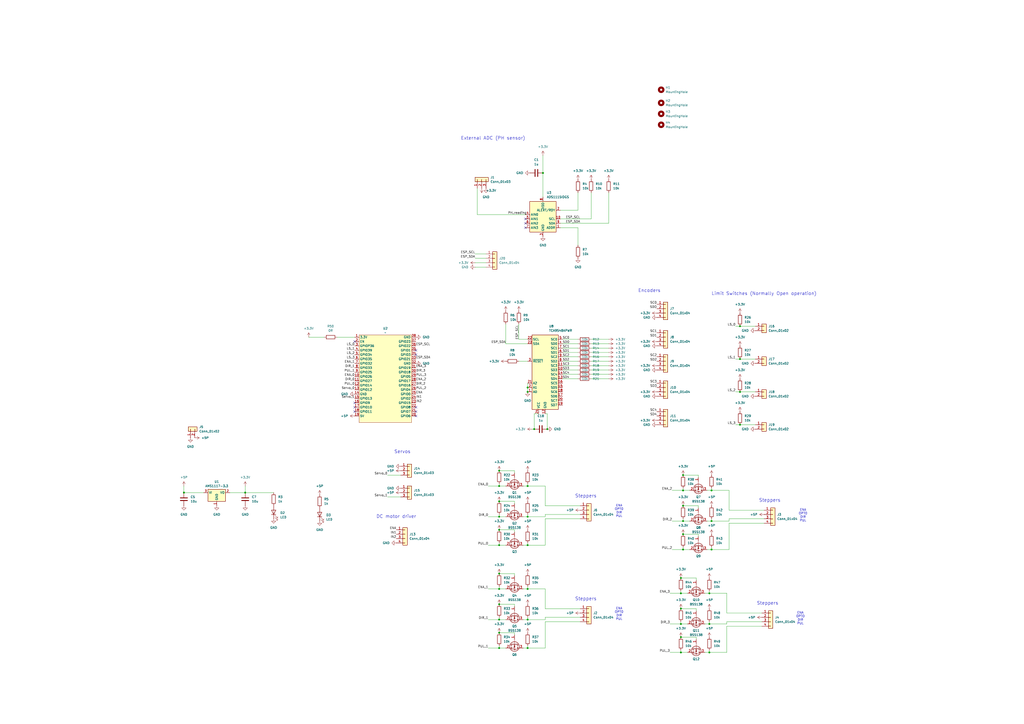
<source format=kicad_sch>
(kicad_sch (version 20250114) (generator "eeschema") (generator_version "9.0")
  (paper "A2")
  (text "Limit Switches (Normally Open operation)" (at 443.23 170.434 0) (effects (font (size 1.905 1.905))))
  (text "External ADC (PH sensor)" (at 286.004 80.264 0) (effects (font (size 1.905 1.905))))
  (text "Steppers\n" (at 339.852 287.782 0) (effects (font (size 1.905 1.905))))
  (text "ENA\nOPTO\nDIR\nPUL\n" (at 359.156 356.108 0) (effects (font (size 1.27 1.27))))
  (text "Steppers\n" (at 446.532 290.322 0) (effects (font (size 1.905 1.905))))
  (text "ENA\nOPTO\nDIR\nPUL\n" (at 465.836 298.958 0) (effects (font (size 1.27 1.27))))
  (text "Encoders" (at 376.682 168.656 0) (effects (font (size 1.905 1.905))))
  (text "Steppers\n" (at 445.262 350.012 0) (effects (font (size 1.905 1.905))))
  (text "Steppers\n" (at 339.852 347.472 0) (effects (font (size 1.905 1.905))))
  (text "ENA\nOPTO\nDIR\nPUL\n" (at 464.312 358.648 0) (effects (font (size 1.27 1.27))))
  (text "Servos" (at 233.426 262.128 0) (effects (font (size 1.905 1.905))))
  (text "DC motor driver" (at 229.87 299.72 0) (effects (font (size 1.905 1.905))))
  (text "ENA\nOPTO\nDIR\nPUL\n" (at 359.156 296.418 0) (effects (font (size 1.27 1.27))))
  (junction (at 289.56 350.52))
  (junction (at 306.07 359.41))
  (junction (at 289.56 332.74))
  (junction (at 289.56 367.03))
  (junction (at 314.96 100.33))
  (junction (at 429.26 208.28))
  (junction (at 411.48 344.17))
  (junction (at 306.07 281.94))
  (junction (at 429.26 246.38))
  (junction (at 306.07 316.23))
  (junction (at 289.56 307.34))
  (junction (at 306.07 299.72))
  (junction (at 396.24 318.77))
  (junction (at 412.75 302.26))
  (junction (at 309.88 248.92))
  (junction (at 396.24 293.37))
  (junction (at 106.68 285.75))
  (junction (at 394.97 369.57))
  (junction (at 306.07 375.92))
  (junction (at 289.56 299.72))
  (junction (at 411.48 361.95))
  (junction (at 289.56 359.41))
  (junction (at 429.26 227.33))
  (junction (at 394.97 378.46))
  (junction (at 429.26 189.23))
  (junction (at 394.97 361.95))
  (junction (at 289.56 341.63))
  (junction (at 289.56 375.92))
  (junction (at 396.24 302.26))
  (junction (at 289.56 281.94))
  (junction (at 394.97 344.17))
  (junction (at 317.5 248.92))
  (junction (at 289.56 316.23))
  (junction (at 306.07 227.33))
  (junction (at 394.97 353.06))
  (junction (at 396.24 284.48))
  (junction (at 289.56 290.83))
  (junction (at 411.48 378.46))
  (junction (at 142.24 285.75))
  (junction (at 396.24 309.88))
  (junction (at 412.75 318.77))
  (junction (at 396.24 275.59))
  (junction (at 289.56 273.05))
  (junction (at 306.07 224.79))
  (junction (at 412.75 284.48))
  (junction (at 306.07 341.63))
  (junction (at 394.97 335.28))
  (no_connect (at 205.74 236.22))
  (no_connect (at 241.3 238.76))
  (no_connect (at 241.3 203.2))
  (no_connect (at 241.3 236.22))
  (no_connect (at 241.3 205.74))
  (no_connect (at 205.74 238.76))
  (no_connect (at 241.3 241.3))
  (no_connect (at 304.8 127))
  (no_connect (at 304.8 132.08))
  (no_connect (at 205.74 198.12))
  (no_connect (at 304.8 129.54))
  (no_connect (at 205.74 233.68))
  (wire (pts (xy 303.53 299.72) (xy 306.07 299.72)))
  (wire (pts (xy 276.86 124.46) (xy 304.8 124.46)))
  (wire (pts (xy 283.21 359.41) (xy 289.56 359.41)))
  (wire (pts (xy 303.53 281.94) (xy 306.07 281.94)))
  (wire (pts (xy 289.56 341.63) (xy 293.37 341.63)))
  (wire (pts (xy 316.23 341.63) (xy 316.23 353.06)))
  (wire (pts (xy 306.07 281.94) (xy 306.07 280.67)))
  (wire (pts (xy 421.64 344.17) (xy 421.64 355.6)))
  (wire (pts (xy 342.9 199.39) (xy 353.06 199.39)))
  (wire (pts (xy 316.23 360.68) (xy 336.55 360.68)))
  (wire (pts (xy 306.07 359.41) (xy 316.23 359.41)))
  (wire (pts (xy 300.99 209.55) (xy 306.07 209.55)))
  (wire (pts (xy 224.79 275.59) (xy 232.41 275.59)))
  (wire (pts (xy 303.53 359.41) (xy 306.07 359.41)))
  (wire (pts (xy 303.53 375.92) (xy 306.07 375.92)))
  (wire (pts (xy 289.56 359.41) (xy 289.56 358.14)))
  (wire (pts (xy 388.62 361.95) (xy 394.97 361.95)))
  (wire (pts (xy 326.39 214.63) (xy 335.28 214.63)))
  (wire (pts (xy 429.26 227.33) (xy 438.15 227.33)))
  (wire (pts (xy 396.24 318.77) (xy 400.05 318.77)))
  (wire (pts (xy 411.48 361.95) (xy 411.48 360.68)))
  (wire (pts (xy 394.97 361.95) (xy 398.78 361.95)))
  (wire (pts (xy 195.58 195.58) (xy 205.74 195.58)))
  (wire (pts (xy 306.07 359.41) (xy 306.07 358.14)))
  (wire (pts (xy 289.56 316.23) (xy 293.37 316.23)))
  (wire (pts (xy 405.13 309.88) (xy 396.24 309.88)))
  (wire (pts (xy 405.13 275.59) (xy 396.24 275.59)))
  (wire (pts (xy 422.91 318.77) (xy 422.91 303.53)))
  (wire (pts (xy 403.86 370.84) (xy 403.86 369.57)))
  (wire (pts (xy 421.64 355.6) (xy 441.96 355.6)))
  (wire (pts (xy 298.45 273.05) (xy 289.56 273.05)))
  (wire (pts (xy 389.89 284.48) (xy 396.24 284.48)))
  (wire (pts (xy 326.39 219.71) (xy 335.28 219.71)))
  (wire (pts (xy 412.75 318.77) (xy 422.91 318.77)))
  (wire (pts (xy 298.45 367.03) (xy 289.56 367.03)))
  (wire (pts (xy 394.97 361.95) (xy 394.97 360.68)))
  (wire (pts (xy 411.48 378.46) (xy 411.48 377.19)))
  (wire (pts (xy 275.59 152.4) (xy 281.94 152.4)))
  (wire (pts (xy 325.12 127) (xy 342.9 127)))
  (wire (pts (xy 403.86 335.28) (xy 394.97 335.28)))
  (wire (pts (xy 303.53 316.23) (xy 306.07 316.23)))
  (wire (pts (xy 133.35 285.75) (xy 142.24 285.75)))
  (wire (pts (xy 316.23 293.37) (xy 336.55 293.37)))
  (wire (pts (xy 142.24 281.94) (xy 142.24 285.75)))
  (wire (pts (xy 326.39 201.93) (xy 335.28 201.93)))
  (wire (pts (xy 326.39 212.09) (xy 335.28 212.09)))
  (wire (pts (xy 298.45 334.01) (xy 298.45 332.74)))
  (wire (pts (xy 429.26 208.28) (xy 438.15 208.28)))
  (wire (pts (xy 342.9 204.47) (xy 353.06 204.47)))
  (wire (pts (xy 422.91 300.99) (xy 443.23 300.99)))
  (wire (pts (xy 389.89 302.26) (xy 396.24 302.26)))
  (wire (pts (xy 298.45 308.61) (xy 298.45 307.34)))
  (wire (pts (xy 316.23 281.94) (xy 316.23 293.37)))
  (wire (pts (xy 429.26 246.38) (xy 438.15 246.38)))
  (wire (pts (xy 396.24 284.48) (xy 396.24 283.21)))
  (wire (pts (xy 342.9 212.09) (xy 353.06 212.09)))
  (wire (pts (xy 298.45 332.74) (xy 289.56 332.74)))
  (wire (pts (xy 410.21 284.48) (xy 412.75 284.48)))
  (wire (pts (xy 316.23 375.92) (xy 316.23 360.68)))
  (wire (pts (xy 316.23 298.45) (xy 316.23 299.72)))
  (wire (pts (xy 306.07 341.63) (xy 316.23 341.63)))
  (wire (pts (xy 408.94 378.46) (xy 411.48 378.46)))
  (wire (pts (xy 298.45 351.79) (xy 298.45 350.52)))
  (wire (pts (xy 342.9 219.71) (xy 353.06 219.71)))
  (wire (pts (xy 306.07 299.72) (xy 306.07 298.45)))
  (wire (pts (xy 403.86 336.55) (xy 403.86 335.28)))
  (wire (pts (xy 283.21 341.63) (xy 289.56 341.63)))
  (wire (pts (xy 289.56 299.72) (xy 289.56 298.45)))
  (wire (pts (xy 326.39 217.17) (xy 335.28 217.17)))
  (wire (pts (xy 314.96 100.33) (xy 314.96 114.3)))
  (wire (pts (xy 412.75 284.48) (xy 422.91 284.48)))
  (wire (pts (xy 411.48 361.95) (xy 421.64 361.95)))
  (wire (pts (xy 314.96 90.17) (xy 314.96 100.33)))
  (wire (pts (xy 421.64 360.68) (xy 441.96 360.68)))
  (wire (pts (xy 118.11 285.75) (xy 106.68 285.75)))
  (wire (pts (xy 325.12 121.92) (xy 335.28 121.92)))
  (wire (pts (xy 309.88 248.92) (xy 309.88 240.03)))
  (wire (pts (xy 283.21 316.23) (xy 289.56 316.23)))
  (wire (pts (xy 412.75 302.26) (xy 422.91 302.26)))
  (wire (pts (xy 316.23 240.03) (xy 317.5 240.03)))
  (wire (pts (xy 396.24 302.26) (xy 396.24 300.99)))
  (wire (pts (xy 316.23 359.41) (xy 316.23 358.14)))
  (wire (pts (xy 403.86 369.57) (xy 394.97 369.57)))
  (wire (pts (xy 306.07 224.79) (xy 306.07 227.33)))
  (wire (pts (xy 289.56 375.92) (xy 293.37 375.92)))
  (wire (pts (xy 179.07 195.58) (xy 187.96 195.58)))
  (wire (pts (xy 422.91 302.26) (xy 422.91 300.99)))
  (wire (pts (xy 405.13 293.37) (xy 396.24 293.37)))
  (wire (pts (xy 342.9 196.85) (xy 353.06 196.85)))
  (wire (pts (xy 317.5 240.03) (xy 317.5 248.92)))
  (wire (pts (xy 306.07 281.94) (xy 316.23 281.94)))
  (wire (pts (xy 422.91 303.53) (xy 443.23 303.53)))
  (wire (pts (xy 298.45 290.83) (xy 289.56 290.83)))
  (wire (pts (xy 388.62 378.46) (xy 394.97 378.46)))
  (wire (pts (xy 326.39 199.39) (xy 335.28 199.39)))
  (wire (pts (xy 326.39 209.55) (xy 335.28 209.55)))
  (wire (pts (xy 405.13 311.15) (xy 405.13 309.88)))
  (wire (pts (xy 411.48 344.17) (xy 421.64 344.17)))
  (wire (pts (xy 410.21 302.26) (xy 412.75 302.26)))
  (wire (pts (xy 326.39 204.47) (xy 335.28 204.47)))
  (wire (pts (xy 342.9 217.17) (xy 353.06 217.17)))
  (wire (pts (xy 412.75 302.26) (xy 412.75 300.99)))
  (wire (pts (xy 325.12 129.54) (xy 353.06 129.54)))
  (wire (pts (xy 306.07 375.92) (xy 316.23 375.92)))
  (wire (pts (xy 326.39 196.85) (xy 335.28 196.85)))
  (wire (pts (xy 396.24 302.26) (xy 400.05 302.26)))
  (wire (pts (xy 106.68 281.94) (xy 106.68 285.75)))
  (wire (pts (xy 142.24 285.75) (xy 158.75 285.75)))
  (wire (pts (xy 412.75 284.48) (xy 412.75 283.21)))
  (wire (pts (xy 325.12 132.08) (xy 335.28 132.08)))
  (wire (pts (xy 303.53 341.63) (xy 306.07 341.63)))
  (wire (pts (xy 342.9 214.63) (xy 353.06 214.63)))
  (wire (pts (xy 276.86 124.46) (xy 276.86 109.22)))
  (wire (pts (xy 309.88 240.03) (xy 312.42 240.03)))
  (wire (pts (xy 289.56 341.63) (xy 289.56 340.36)))
  (wire (pts (xy 426.72 208.28) (xy 429.26 208.28)))
  (wire (pts (xy 298.45 292.1) (xy 298.45 290.83)))
  (wire (pts (xy 388.62 344.17) (xy 394.97 344.17)))
  (wire (pts (xy 412.75 318.77) (xy 412.75 317.5)))
  (wire (pts (xy 408.94 361.95) (xy 411.48 361.95)))
  (wire (pts (xy 316.23 353.06) (xy 336.55 353.06)))
  (wire (pts (xy 316.23 316.23) (xy 316.23 300.99)))
  (wire (pts (xy 422.91 295.91) (xy 443.23 295.91)))
  (wire (pts (xy 298.45 368.3) (xy 298.45 367.03)))
  (wire (pts (xy 289.56 316.23) (xy 289.56 314.96)))
  (wire (pts (xy 306.07 199.39) (xy 293.37 199.39)))
  (wire (pts (xy 353.06 111.76) (xy 353.06 129.54)))
  (wire (pts (xy 275.59 147.32) (xy 281.94 147.32)))
  (wire (pts (xy 289.56 281.94) (xy 293.37 281.94)))
  (wire (pts (xy 298.45 350.52) (xy 289.56 350.52)))
  (wire (pts (xy 421.64 378.46) (xy 421.64 363.22)))
  (wire (pts (xy 275.59 154.94) (xy 281.94 154.94)))
  (wire (pts (xy 411.48 378.46) (xy 421.64 378.46)))
  (wire (pts (xy 335.28 132.08) (xy 335.28 142.24)))
  (wire (pts (xy 408.94 344.17) (xy 411.48 344.17)))
  (wire (pts (xy 335.28 111.76) (xy 335.28 121.92)))
  (wire (pts (xy 342.9 201.93) (xy 353.06 201.93)))
  (wire (pts (xy 316.23 300.99) (xy 336.55 300.99)))
  (wire (pts (xy 426.72 189.23) (xy 429.26 189.23)))
  (wire (pts (xy 306.07 375.92) (xy 306.07 374.65)))
  (wire (pts (xy 403.86 353.06) (xy 394.97 353.06)))
  (wire (pts (xy 306.07 341.63) (xy 306.07 340.36)))
  (wire (pts (xy 342.9 207.01) (xy 353.06 207.01)))
  (wire (pts (xy 289.56 281.94) (xy 289.56 280.67)))
  (wire (pts (xy 316.23 358.14) (xy 336.55 358.14)))
  (wire (pts (xy 275.59 149.86) (xy 281.94 149.86)))
  (wire (pts (xy 394.97 344.17) (xy 394.97 342.9)))
  (wire (pts (xy 429.26 189.23) (xy 438.15 189.23)))
  (wire (pts (xy 224.79 288.29) (xy 232.41 288.29)))
  (wire (pts (xy 283.21 299.72) (xy 289.56 299.72)))
  (wire (pts (xy 421.64 361.95) (xy 421.64 360.68)))
  (wire (pts (xy 394.97 344.17) (xy 398.78 344.17)))
  (wire (pts (xy 405.13 276.86) (xy 405.13 275.59)))
  (wire (pts (xy 394.97 378.46) (xy 398.78 378.46)))
  (wire (pts (xy 426.72 246.38) (xy 429.26 246.38)))
  (wire (pts (xy 403.86 354.33) (xy 403.86 353.06)))
  (wire (pts (xy 342.9 209.55) (xy 353.06 209.55)))
  (wire (pts (xy 298.45 307.34) (xy 289.56 307.34)))
  (wire (pts (xy 308.61 248.92) (xy 309.88 248.92)))
  (wire (pts (xy 289.56 299.72) (xy 293.37 299.72)))
  (wire (pts (xy 396.24 284.48) (xy 400.05 284.48)))
  (wire (pts (xy 422.91 284.48) (xy 422.91 295.91)))
  (wire (pts (xy 306.07 316.23) (xy 316.23 316.23)))
  (wire (pts (xy 293.37 187.96) (xy 293.37 199.39)))
  (wire (pts (xy 326.39 207.01) (xy 335.28 207.01)))
  (wire (pts (xy 283.21 375.92) (xy 289.56 375.92)))
  (wire (pts (xy 396.24 318.77) (xy 396.24 317.5)))
  (wire (pts (xy 289.56 359.41) (xy 293.37 359.41)))
  (wire (pts (xy 342.9 111.76) (xy 342.9 127)))
  (wire (pts (xy 306.07 196.85) (xy 300.99 196.85)))
  (wire (pts (xy 389.89 318.77) (xy 396.24 318.77)))
  (wire (pts (xy 283.21 281.94) (xy 289.56 281.94)))
  (wire (pts (xy 421.64 363.22) (xy 441.96 363.22)))
  (wire (pts (xy 298.45 274.32) (xy 298.45 273.05)))
  (wire (pts (xy 394.97 378.46) (xy 394.97 377.19)))
  (wire (pts (xy 410.21 318.77) (xy 412.75 318.77)))
  (wire (pts (xy 411.48 344.17) (xy 411.48 342.9)))
  (wire (pts (xy 426.72 227.33) (xy 429.26 227.33)))
  (wire (pts (xy 316.23 298.45) (xy 336.55 298.45)))
  (wire (pts (xy 306.07 222.25) (xy 306.07 224.79)))
  (wire (pts (xy 306.07 316.23) (xy 306.07 314.96)))
  (wire (pts (xy 289.56 375.92) (xy 289.56 374.65)))
  (wire (pts (xy 405.13 294.64) (xy 405.13 293.37)))
  (wire (pts (xy 300.99 187.96) (xy 300.99 196.85)))
  (wire (pts (xy 306.07 299.72) (xy 316.23 299.72)))
  (label "DIR_2" (at 389.89 302.26 180))
  (label "ENA_2" (at 389.89 284.48 180))
  (label "ESP_SDA" (at 293.37 199.39 180))
  (label "SDO" (at 326.39 199.39 0))
  (label "SDO" (at 381 179.07 180))
  (label "IN1" (at 241.3 231.14 0))
  (label "DIR_2" (at 241.3 223.52 0))
  (label "ENA_1" (at 283.21 341.63 180))
  (label "LS_0" (at 426.72 189.23 180))
  (label "DIR_1" (at 283.21 359.41 180))
  (label "SC4" (at 326.39 217.17 0))
  (label "DIR_3" (at 388.62 361.95 180))
  (label "SC0" (at 381 176.53 180))
  (label "PUL_0" (at 283.21 316.23 180))
  (label "SC3" (at 326.39 212.09 0))
  (label "SC1" (at 381 193.04 180))
  (label "SD4" (at 326.39 219.71 0))
  (label "SD4" (at 381 241.3 180))
  (label "DIR_3" (at 241.3 215.9 0))
  (label "DIR_0" (at 283.21 299.72 180))
  (label "Servo_0" (at 205.74 226.06 180))
  (label "PUL_3" (at 388.62 378.46 180))
  (label "DIR_0" (at 205.74 220.98 180))
  (label "PUL_1" (at 205.74 215.9 180))
  (label "LS_0" (at 205.74 200.66 180))
  (label "SC0" (at 326.39 196.85 0))
  (label "DIR_1" (at 205.74 213.36 180))
  (label "SD1" (at 326.39 204.47 0))
  (label "ENA_0" (at 283.21 281.94 180))
  (label "SD2" (at 326.39 209.55 0))
  (label "ESP_SDA" (at 275.59 149.86 180))
  (label "PUL_0" (at 205.74 223.52 180))
  (label "ENA_2" (at 241.3 220.98 0))
  (label "SD3" (at 326.39 214.63 0))
  (label "LS_3" (at 426.72 246.38 180))
  (label "ENA_3" (at 241.3 213.36 0))
  (label "ENA_0" (at 205.74 218.44 180))
  (label "ESP_SDA" (at 336.55 129.54 180))
  (label "LS_1" (at 426.72 208.28 180))
  (label "SC3" (at 381 222.25 180))
  (label "LS_1" (at 205.74 203.2 180))
  (label "ENA_3" (at 388.62 344.17 180))
  (label "LS_3" (at 205.74 208.28 180))
  (label "SC1" (at 326.39 201.93 0))
  (label "Servo_1" (at 205.74 231.14 180))
  (label "SD3" (at 381 224.79 180))
  (label "LS_2" (at 205.74 205.74 180))
  (label "SD1" (at 381 195.58 180))
  (label "ESP_SCL" (at 241.3 200.66 0))
  (label "Servo_0" (at 224.79 275.59 180))
  (label "PUL_2" (at 241.3 226.06 0))
  (label "PH_reading" (at 294.64 124.46 0))
  (label "LS_2" (at 426.72 227.33 180))
  (label "ESP_SDA" (at 241.3 208.28 0))
  (label "ESP_SCL" (at 275.59 147.32 180))
  (label "ENA" (at 241.3 228.6 0))
  (label "PUL_1" (at 283.21 375.92 180))
  (label "SD2" (at 381 209.55 180))
  (label "Servo_1" (at 224.79 288.29 180))
  (label "IN1" (at 229.87 309.88 180))
  (label "IN2" (at 241.3 233.68 0))
  (label "ESP_SCL" (at 300.99 196.85 90))
  (label "PUL_2" (at 389.89 318.77 180))
  (label "SC2" (at 381 207.01 180))
  (label "IN2" (at 229.87 312.42 180))
  (label "SC2" (at 326.39 207.01 0))
  (label "ESP_SCL" (at 336.55 127 180))
  (label "SC4" (at 381 238.76 180))
  (label "ENA_1" (at 205.74 210.82 180))
  (label "PUL_3" (at 241.3 218.44 0))
  (label "ENA" (at 229.87 307.34 180))
  (symbol (lib_id "power:GND") (at 317.5 248.92 90) (unit 1)
    (property "Reference" "#PWR053" (effects (hide yes)))
    (property "Value" "GND" (at 321.31 248.9199 90) (effects (justify right)))
    (property "Description" "Power symbol creates a global label with name \"GND\" , ground" (effects (hide yes)))
  )
  (symbol (lib_id "Device:R") (at 339.09 196.85 90) (unit 1)
    (property "Reference" "R12" (at 345.694 196.85 90))
    (property "Value" "10k" (at 339.344 196.85 90))
    (property "Footprint" "Resistor_SMD:R_0805_2012Metric" (effects (hide yes)))
    (property "Description" "Resistor" (effects (hide yes)))
  )
  (symbol (lib_id "Device:R") (at 289.56 294.64 0) (unit 1)
    (property "Reference" "R24" (at 292.1 293.3699 0) (effects (justify left)))
    (property "Value" "10k" (at 292.1 295.9099 0) (effects (justify left)))
    (property "Footprint" "Resistor_SMD:R_0805_2012Metric" (effects (hide yes)))
    (property "Description" "Resistor" (effects (hide yes)))
  )
  (symbol (lib_id "power:GND") (at 307.34 100.33 270) (unit 1)
    (property "Reference" "#PWR03" (effects (hide yes)))
    (property "Value" "GND" (at 303.53 100.3299 90) (effects (justify right)))
    (property "Description" "Power symbol creates a global label with name \"GND\" , ground" (effects (hide yes)))
  )
  (symbol (lib_id "power:+3.3V") (at 293.37 209.55 90) (unit 1)
    (property "Reference" "#PWR037" (effects (hide yes)))
    (property "Value" "+3.3V" (at 289.56 209.5499 90) (effects (justify left)))
    (property "Description" "Power symbol creates a global label with name \"+3.3V\"" (effects (hide yes)))
  )
  (symbol (lib_id "power:+3.3V") (at 289.56 332.74 0) (unit 1)
    (property "Reference" "#PWR021" (effects (hide yes)))
    (property "Value" "+3.3V" (at 289.56 327.66 0))
    (property "Description" "Power symbol creates a global label with name \"+3.3V\"" (effects (hide yes)))
  )
  (symbol (lib_id "power:GND") (at 205.74 228.6 270) (unit 1)
    (property "Reference" "#PWR057" (effects (hide yes)))
    (property "Value" "GND" (at 201.93 228.5999 90) (effects (justify right)))
    (property "Description" "Power symbol creates a global label with name \"GND\" , ground" (effects (hide yes)))
  )
  (symbol (lib_id "power:+3.3V") (at 293.37 180.34 0) (unit 1)
    (property "Reference" "#PWR036" (effects (hide yes)))
    (property "Value" "+3.3V" (at 293.37 175.26 0))
    (property "Description" "Power symbol creates a global label with name \"+3.3V\"" (effects (hide yes)))
  )
  (symbol (lib_id "power:+3.3V") (at 353.06 209.55 270) (unit 1)
    (property "Reference" "#PWR068" (effects (hide yes)))
    (property "Value" "+3.3V" (at 356.87 209.5499 90) (effects (justify left)))
    (property "Description" "Power symbol creates a global label with name \"+3.3V\"" (effects (hide yes)))
  )
  (symbol (lib_id "Connector_Generic:Conn_01x04") (at 234.95 309.88 0) (unit 1)
    (property "Reference" "J13" (at 237.49 309.8799 0) (effects (justify left)))
    (property "Value" "Conn_01x04" (at 237.49 312.4199 0) (effects (justify left)))
    (property "Footprint" "Connector_JST:JST_GH_BM04B-GHS-TBT_1x04-1MP_P1.25mm_Vertical" (effects (hide yes)))
    (property "Description" "Generic connector, single row, 01x04, script generated (kicad-library-utils/schlib/autogen/connector/)" (effects (hide yes)))
  )
  (symbol (lib_id "power:+5P") (at 106.68 281.94 0) (unit 1)
    (property "Reference" "#PWR09" (effects (hide yes)))
    (property "Value" "+5P" (at 106.68 276.86 0))
    (property "Description" "Power symbol creates a global label with name \"+5P\"" (effects (hide yes)))
  )
  (symbol (lib_id "power:+5P") (at 411.48 335.28 0) (unit 1)
    (property "Reference" "#PWR047" (effects (hide yes)))
    (property "Value" "+5P" (at 411.48 330.2 0))
    (property "Description" "Power symbol creates a global label with name \"+5P\"" (effects (hide yes)))
  )
  (symbol (lib_id "Transistor_FET:BSS138") (at 298.45 356.87 270) (unit 1)
    (property "Reference" "Q5" (at 298.45 363.22 90))
    (property "Value" "BSS138" (at 298.45 365.76 90))
    (property "Footprint" "Package_TO_SOT_SMD:SOT-23" (effects (hide yes)))
    (property "Datasheet" "https://www.onsemi.com/pub/Collateral/BSS138-D.PDF" (effects (hide yes)))
    (property "Description" "50V Vds, 0.22A Id, N-Channel MOSFET, SOT-23" (effects (hide yes)))
  )
  (symbol (lib_id "power:GND") (at 381 246.38 270) (unit 1)
    (property "Reference" "#PWR090" (effects (hide yes)))
    (property "Value" "GND" (at 377.19 246.3799 90) (effects (justify right)))
    (property "Description" "Power symbol creates a global label with name \"GND\" , ground" (effects (hide yes)))
  )
  (symbol (lib_id "Transistor_FET:BSS138") (at 298.45 339.09 270) (unit 1)
    (property "Reference" "Q4" (at 298.45 345.44 90))
    (property "Value" "BSS138" (at 298.45 347.98 90))
    (property "Footprint" "Package_TO_SOT_SMD:SOT-23" (effects (hide yes)))
    (property "Datasheet" "https://www.onsemi.com/pub/Collateral/BSS138-D.PDF" (effects (hide yes)))
    (property "Description" "50V Vds, 0.22A Id, N-Channel MOSFET, SOT-23" (effects (hide yes)))
  )
  (symbol (lib_id "Device:R") (at 335.28 107.95 0) (unit 1)
    (property "Reference" "R4" (at 337.82 106.6799 0) (effects (justify left)))
    (property "Value" "10k" (at 337.82 109.2199 0) (effects (justify left)))
    (property "Footprint" "Resistor_SMD:R_0805_2012Metric" (effects (hide yes)))
    (property "Description" "Resistor" (effects (hide yes)))
  )
  (symbol (lib_id "power:+5P") (at 412.75 309.88 0) (unit 1)
    (property "Reference" "#PWR039" (effects (hide yes)))
    (property "Value" "+5P" (at 412.75 304.8 0))
    (property "Description" "Power symbol creates a global label with name \"+5P\"" (effects (hide yes)))
  )
  (symbol (lib_id "power:+5P") (at 412.75 275.59 0) (unit 1)
    (property "Reference" "#PWR035" (effects (hide yes)))
    (property "Value" "+5P" (at 412.75 270.51 0))
    (property "Description" "Power symbol creates a global label with name \"+5P\"" (effects (hide yes)))
  )
  (symbol (lib_id "Device:R") (at 306.07 294.64 0) (unit 1)
    (property "Reference" "R25" (at 308.61 293.3699 0) (effects (justify left)))
    (property "Value" "10k" (at 308.61 295.9099 0) (effects (justify left)))
    (property "Footprint" "Resistor_SMD:R_0805_2012Metric" (effects (hide yes)))
    (property "Description" "Resistor" (effects (hide yes)))
  )
  (symbol (lib_id "power:+3.3V") (at 394.97 369.57 0) (unit 1)
    (property "Reference" "#PWR044" (effects (hide yes)))
    (property "Value" "+3.3V" (at 394.97 364.49 0))
    (property "Description" "Power symbol creates a global label with name \"+3.3V\"" (effects (hide yes)))
  )
  (symbol (lib_id "Connector_Generic:Conn_01x02") (at 443.23 227.33 0) (unit 1)
    (property "Reference" "J18" (at 445.77 227.3299 0) (effects (justify left)))
    (property "Value" "Conn_01x02" (at 445.77 229.8699 0) (effects (justify left)))
    (property "Footprint" "Connector_JST:JST_GH_BM02B-GHS-TBT_1x02-1MP_P1.25mm_Vertical" (effects (hide yes)))
    (property "Description" "Generic connector, single row, 01x02, script generated (kicad-library-utils/schlib/autogen/connector/)" (effects (hide yes)))
  )
  (symbol (lib_id "power:+3.3V") (at 289.56 290.83 0) (unit 1)
    (property "Reference" "#PWR017" (effects (hide yes)))
    (property "Value" "+3.3V" (at 289.56 285.75 0))
    (property "Description" "Power symbol creates a global label with name \"+3.3V\"" (effects (hide yes)))
  )
  (symbol (lib_id "Device:R") (at 411.48 373.38 0) (unit 1)
    (property "Reference" "R49" (at 414.02 372.1099 0) (effects (justify left)))
    (property "Value" "10k" (at 414.02 374.6499 0) (effects (justify left)))
    (property "Footprint" "Resistor_SMD:R_0805_2012Metric" (effects (hide yes)))
    (property "Description" "Resistor" (effects (hide yes)))
  )
  (symbol (lib_id "Device:R") (at 394.97 339.09 0) (unit 1)
    (property "Reference" "R44" (at 397.51 337.8199 0) (effects (justify left)))
    (property "Value" "10k" (at 397.51 340.3599 0) (effects (justify left)))
    (property "Footprint" "Resistor_SMD:R_0805_2012Metric" (effects (hide yes)))
    (property "Description" "Resistor" (effects (hide yes)))
  )
  (symbol (lib_id "power:GND") (at 438.15 210.82 270) (unit 1)
    (property "Reference" "#PWR0104" (effects (hide yes)))
    (property "Value" "GND" (at 434.34 210.8199 90) (effects (justify right)))
    (property "Description" "Power symbol creates a global label with name \"GND\" , ground" (effects (hide yes)))
  )
  (symbol (lib_id "Interface_Expansion:TCA9548APWR") (at 316.23 214.63 0) (unit 1)
    (property "Reference" "U8" (at 318.4241 189.23 0) (effects (justify left)))
    (property "Value" "TCA9548APWR" (at 318.4241 191.77 0) (effects (justify left)))
    (property "Footprint" "Package_SO:TSSOP-24_4.4x7.8mm_P0.65mm" (effects (hide yes)))
    (property "Datasheet" "http://www.ti.com/lit/ds/symlink/tca9548a.pdf" (effects (hide yes)))
    (property "Description" "Low voltage 8-channel I2C switch with reset, TSSOP-24" (effects (hide yes)))
  )
  (symbol (lib_id "Transistor_FET:BSS138") (at 298.45 279.4 270) (unit 1)
    (property "Reference" "Q1" (at 298.45 285.75 90))
    (property "Value" "BSS138" (at 298.45 288.29 90))
    (property "Footprint" "Package_TO_SOT_SMD:SOT-23" (effects (hide yes)))
    (property "Datasheet" "https://www.onsemi.com/pub/Collateral/BSS138-D.PDF" (effects (hide yes)))
    (property "Description" "50V Vds, 0.22A Id, N-Channel MOSFET, SOT-23" (effects (hide yes)))
  )
  (symbol (lib_id "Transistor_FET:BSS138") (at 403.86 359.41 270) (unit 1)
    (property "Reference" "Q11" (at 403.86 365.76 90))
    (property "Value" "BSS138" (at 403.86 368.3 90))
    (property "Footprint" "Package_TO_SOT_SMD:SOT-23" (effects (hide yes)))
    (property "Datasheet" "https://www.onsemi.com/pub/Collateral/BSS138-D.PDF" (effects (hide yes)))
    (property "Description" "50V Vds, 0.22A Id, N-Channel MOSFET, SOT-23" (effects (hide yes)))
  )
  (symbol (lib_id "Device:R") (at 339.09 204.47 90) (unit 1)
    (property "Reference" "R15" (at 345.694 204.47 90))
    (property "Value" "10k" (at 339.344 204.47 90))
    (property "Footprint" "Resistor_SMD:R_0805_2012Metric" (effects (hide yes)))
    (property "Description" "Resistor" (effects (hide yes)))
  )
  (symbol (lib_id "power:+3.3V") (at 289.56 350.52 0) (unit 1)
    (property "Reference" "#PWR022" (effects (hide yes)))
    (property "Value" "+3.3V" (at 289.56 345.44 0))
    (property "Description" "Power symbol creates a global label with name \"+3.3V\"" (effects (hide yes)))
  )
  (symbol (lib_id "power:+3.3V") (at 381 212.09 90) (unit 1)
    (property "Reference" "#PWR083" (effects (hide yes)))
    (property "Value" "+3.3V" (at 377.19 212.0899 90) (effects (justify left)))
    (property "Description" "Power symbol creates a global label with name \"+3.3V\"" (effects (hide yes)))
  )
  (symbol (lib_id "power:+5P") (at 306.07 350.52 0) (unit 1)
    (property "Reference" "#PWR028" (effects (hide yes)))
    (property "Value" "+5P" (at 306.07 345.44 0))
    (property "Description" "Power symbol creates a global label with name \"+5P\"" (effects (hide yes)))
  )
  (symbol (lib_id "Device:R") (at 339.09 217.17 90) (unit 1)
    (property "Reference" "R20" (at 345.694 217.17 90))
    (property "Value" "10k" (at 339.344 217.17 90))
    (property "Footprint" "Resistor_SMD:R_0805_2012Metric" (effects (hide yes)))
    (property "Description" "Resistor" (effects (hide yes)))
  )
  (symbol (lib_id "Connector_Generic:Conn_01x04") (at 386.08 195.58 0) (unit 1)
    (property "Reference" "J8" (at 388.62 195.5799 0) (effects (justify left)))
    (property "Value" "Conn_01x04" (at 388.62 198.1199 0) (effects (justify left)))
    (property "Footprint" "Connector_JST:JST_GH_BM04B-GHS-TBT_1x04-1MP_P1.25mm_Vertical" (effects (hide yes)))
    (property "Description" "Generic connector, single row, 01x04, script generated (kicad-library-utils/schlib/autogen/connector/)" (effects (hide yes)))
  )
  (symbol (lib_id "Transistor_FET:BSS138") (at 405.13 316.23 270) (unit 1)
    (property "Reference" "Q9" (at 405.13 322.58 90))
    (property "Value" "BSS138" (effects (hide yes)))
    (property "Footprint" "Package_TO_SOT_SMD:SOT-23" (effects (hide yes)))
    (property "Datasheet" "https://www.onsemi.com/pub/Collateral/BSS138-D.PDF" (effects (hide yes)))
    (property "Description" "50V Vds, 0.22A Id, N-Channel MOSFET, SOT-23" (effects (hide yes)))
  )
  (symbol (lib_id "power:+3.3V") (at 353.06 212.09 270) (unit 1)
    (property "Reference" "#PWR069" (effects (hide yes)))
    (property "Value" "+3.3V" (at 356.87 212.0899 90) (effects (justify left)))
    (property "Description" "Power symbol creates a global label with name \"+3.3V\"" (effects (hide yes)))
  )
  (symbol (lib_id "Connector_Generic:Conn_01x03") (at 279.4 104.14 90) (unit 1)
    (property "Reference" "J1" (at 284.48 102.8699 90) (effects (justify right)))
    (property "Value" "Conn_01x03" (at 284.48 105.4099 90) (effects (justify right)))
    (property "Footprint" "Connector_JST:JST_GH_BM03B-GHS-TBT_1x03-1MP_P1.25mm_Vertical" (effects (hide yes)))
    (property "Description" "Generic connector, single row, 01x03, script generated (kicad-library-utils/schlib/autogen/connector/)" (effects (hide yes)))
  )
  (symbol (lib_id "Device:C") (at 142.24 289.56 0) (unit 1)
    (property "Reference" "C7" (at 146.05 288.2899 0) (effects (justify left)))
    (property "Value" "10u" (at 146.05 290.8299 0) (effects (justify left)))
    (property "Footprint" "Capacitor_SMD:C_0805_2012Metric" (effects (hide yes)))
    (property "Description" "Unpolarized capacitor" (effects (hide yes)))
  )
  (symbol (lib_id "power:GND") (at 438.15 248.92 270) (unit 1)
    (property "Reference" "#PWR0106" (effects (hide yes)))
    (property "Value" "GND" (at 434.34 248.9199 90) (effects (justify right)))
    (property "Description" "Power symbol creates a global label with name \"GND\" , ground" (effects (hide yes)))
  )
  (symbol (lib_id "Device:R") (at 339.09 207.01 90) (unit 1)
    (property "Reference" "R16" (at 345.694 207.01 90))
    (property "Value" "10k" (at 339.344 207.01 90))
    (property "Footprint" "Resistor_SMD:R_0805_2012Metric" (effects (hide yes)))
    (property "Description" "Resistor" (effects (hide yes)))
  )
  (symbol (lib_id "power:+3.3V") (at 394.97 335.28 0) (unit 1)
    (property "Reference" "#PWR041" (effects (hide yes)))
    (property "Value" "+3.3V" (at 394.97 330.2 0))
    (property "Description" "Power symbol creates a global label with name \"+3.3V\"" (effects (hide yes)))
  )
  (symbol (lib_id "power:GND") (at 241.3 210.82 90) (unit 1)
    (property "Reference" "#PWR056" (effects (hide yes)))
    (property "Value" "GND" (at 245.11 210.8199 90) (effects (justify right)))
    (property "Description" "Power symbol creates a global label with name \"GND\" , ground" (effects (hide yes)))
  )
  (symbol (lib_id "power:+3.3V") (at 179.07 195.58 0) (unit 1)
    (property "Reference" "#PWR058" (effects (hide yes)))
    (property "Value" "+3.3V" (at 179.07 190.5 0))
    (property "Description" "Power symbol creates a global label with name \"+3.3V\"" (effects (hide yes)))
  )
  (symbol (lib_id "Device:R") (at 412.75 313.69 0) (unit 1)
    (property "Reference" "R43" (at 415.29 312.4199 0) (effects (justify left)))
    (property "Value" "10k" (at 415.29 314.9599 0) (effects (justify left)))
    (property "Footprint" "Resistor_SMD:R_0805_2012Metric" (effects (hide yes)))
    (property "Description" "Resistor" (effects (hide yes)))
  )
  (symbol (lib_id "Device:R") (at 339.09 214.63 90) (unit 1)
    (property "Reference" "R19" (at 345.694 214.63 90))
    (property "Value" "10k" (at 339.344 214.63 90))
    (property "Footprint" "Resistor_SMD:R_0805_2012Metric" (effects (hide yes)))
    (property "Description" "Resistor" (effects (hide yes)))
  )
  (symbol (lib_id "power:+5P") (at 205.74 241.3 90) (unit 1)
    (property "Reference" "#PWR054" (effects (hide yes)))
    (property "Value" "+5P" (at 201.93 241.2999 90) (effects (justify left)))
    (property "Description" "Power symbol creates a global label with name \"+5P\"" (effects (hide yes)))
  )
  (symbol (lib_id "Device:LED") (at 158.75 297.18 90) (unit 1)
    (property "Reference" "D2" (at 162.56 297.4974 90) (effects (justify right)))
    (property "Value" "LED" (at 162.56 300.0374 90) (effects (justify right)))
    (property "Footprint" "LED_SMD:LED_0805_2012Metric" (effects (hide yes)))
    (property "Description" "Light emitting diode" (effects (hide yes)))
  )
  (symbol (lib_id "Device:R") (at 289.56 370.84 0) (unit 1)
    (property "Reference" "R34" (at 292.1 369.5699 0) (effects (justify left)))
    (property "Value" "10k" (at 292.1 372.1099 0) (effects (justify left)))
    (property "Footprint" "Resistor_SMD:R_0805_2012Metric" (effects (hide yes)))
    (property "Description" "Resistor" (effects (hide yes)))
  )
  (symbol (lib_id "power:GND") (at 281.94 109.22 0) (unit 1)
    (property "Reference" "#PWR01" (effects (hide yes)))
    (property "Value" "GND" (at 281.94 114.3 0))
    (property "Description" "Power symbol creates a global label with name \"GND\" , ground" (effects (hide yes)))
  )
  (symbol (lib_id "Mechanical:MountingHole") (at 383.54 66.04 0) (unit 1) (exclude_from_sim yes) (in_bom no)
    (property "Reference" "H3" (at 386.08 64.7699 0) (effects (justify left)))
    (property "Value" "MountingHole" (at 386.08 67.3099 0) (effects (justify left)))
    (property "Footprint" "MountingHole:MountingHole_3.2mm_M3_Pad_TopBottom" (effects (hide yes)))
    (property "Description" "Mounting Hole without connection" (effects (hide yes)))
  )
  (symbol (lib_id "Device:R") (at 191.77 195.58 90) (unit 1)
    (property "Reference" "R50" (at 191.77 189.23 90))
    (property "Value" "0R" (at 191.77 191.77 90))
    (property "Footprint" "Resistor_SMD:R_0805_2012Metric" (effects (hide yes)))
    (property "Description" "Resistor" (effects (hide yes)))
  )
  (symbol (lib_id "Connector_Generic:Conn_01x04") (at 287.02 149.86 0) (unit 1)
    (property "Reference" "J20" (at 289.56 149.8599 0) (effects (justify left)))
    (property "Value" "Conn_01x04" (at 289.56 152.3999 0) (effects (justify left)))
    (property "Footprint" "Connector_JST:JST_GH_BM04B-GHS-TBT_1x04-1MP_P1.25mm_Vertical" (effects (hide yes)))
    (property "Description" "Generic connector, single row, 01x04, script generated (kicad-library-utils/schlib/autogen/connector/)" (effects (hide yes)))
  )
  (symbol (lib_id "Connector_Generic:Conn_01x04") (at 386.08 241.3 0) (unit 1)
    (property "Reference" "J11" (at 388.62 241.2999 0) (effects (justify left)))
    (property "Value" "Conn_01x04" (at 388.62 243.8399 0) (effects (justify left)))
    (property "Footprint" "Connector_JST:JST_GH_BM04B-GHS-TBT_1x04-1MP_P1.25mm_Vertical" (effects (hide yes)))
    (property "Description" "Generic connector, single row, 01x04, script generated (kicad-library-utils/schlib/autogen/connector/)" (effects (hide yes)))
  )
  (symbol (lib_id "power:+3.3V") (at 353.06 214.63 270) (unit 1)
    (property "Reference" "#PWR070" (effects (hide yes)))
    (property "Value" "+3.3V" (at 356.87 214.6299 90) (effects (justify left)))
    (property "Description" "Power symbol creates a global label with name \"+3.3V\"" (effects (hide yes)))
  )
  (symbol (lib_id "power:+3.3V") (at 394.97 353.06 0) (unit 1)
    (property "Reference" "#PWR043" (effects (hide yes)))
    (property "Value" "+3.3V" (at 394.97 347.98 0))
    (property "Description" "Power symbol creates a global label with name \"+3.3V\"" (effects (hide yes)))
  )
  (symbol (lib_id "Mechanical:MountingHole") (at 383.54 59.69 0) (unit 1) (exclude_from_sim yes) (in_bom no)
    (property "Reference" "H2" (at 386.08 58.4199 0) (effects (justify left)))
    (property "Value" "MountingHole" (at 386.08 60.9599 0) (effects (justify left)))
    (property "Footprint" "MountingHole:MountingHole_3.2mm_M3_Pad_TopBottom" (effects (hide yes)))
    (property "Description" "Mounting Hole without connection" (effects (hide yes)))
  )
  (symbol (lib_id "power:GND") (at 438.15 229.87 270) (unit 1)
    (property "Reference" "#PWR0105" (effects (hide yes)))
    (property "Value" "GND" (at 434.34 229.8699 90) (effects (justify right)))
    (property "Description" "Power symbol creates a global label with name \"GND\" , ground" (effects (hide yes)))
  )
  (symbol (lib_id "power:+3.3V") (at 308.61 248.92 90) (unit 1)
    (property "Reference" "#PWR046" (effects (hide yes)))
    (property "Value" "+3.3V" (at 304.8 248.9199 90) (effects (justify left)))
    (property "Description" "Power symbol creates a global label with name \"+3.3V\"" (effects (hide yes)))
  )
  (symbol (lib_id "Device:C") (at 311.15 100.33 90) (unit 1)
    (property "Reference" "C1" (at 311.15 92.71 90))
    (property "Value" "1u" (at 311.15 95.25 90))
    (property "Footprint" "Capacitor_SMD:C_0805_2012Metric" (effects (hide yes)))
    (property "Description" "Unpolarized capacitor" (effects (hide yes)))
  )
  (symbol (lib_id "Device:R") (at 289.56 354.33 0) (unit 1)
    (property "Reference" "R33" (at 292.1 353.0599 0) (effects (justify left)))
    (property "Value" "10k" (at 292.1 355.5999 0) (effects (justify left)))
    (property "Footprint" "Resistor_SMD:R_0805_2012Metric" (effects (hide yes)))
    (property "Description" "Resistor" (effects (hide yes)))
  )
  (symbol (lib_id "power:+3.3V") (at 396.24 275.59 0) (unit 1)
    (property "Reference" "#PWR032" (effects (hide yes)))
    (property "Value" "+3.3V" (at 396.24 270.51 0))
    (property "Description" "Power symbol creates a global label with name \"+3.3V\"" (effects (hide yes)))
  )
  (symbol (lib_id "Device:R") (at 396.24 279.4 0) (unit 1)
    (property "Reference" "R38" (at 398.78 278.1299 0) (effects (justify left)))
    (property "Value" "10k" (at 398.78 280.6699 0) (effects (justify left)))
    (property "Footprint" "Resistor_SMD:R_0805_2012Metric" (effects (hide yes)))
    (property "Description" "Resistor" (effects (hide yes)))
  )
  (symbol (lib_id "power:GND") (at 125.73 293.37 0) (unit 1)
    (property "Reference" "#PWR012" (effects (hide yes)))
    (property "Value" "GND" (at 125.73 298.45 0))
    (property "Description" "Power symbol creates a global label with name \"GND\" , ground" (effects (hide yes)))
  )
  (symbol (lib_id "Connector_Generic:Conn_01x02") (at 110.49 248.92 90) (unit 1)
    (property "Reference" "J5" (at 115.57 247.6499 90) (effects (justify right)))
    (property "Value" "Conn_01x02" (at 115.57 250.1899 90) (effects (justify right)))
    (property "Footprint" "Connector_AMASS:AMASS_XT30PW-M_1x02_P2.50mm_Horizontal" (effects (hide yes)))
    (property "Description" "Generic connector, single row, 01x02, script generated (kicad-library-utils/schlib/autogen/connector/)" (effects (hide yes)))
  )
  (symbol (lib_id "Device:R") (at 411.48 339.09 0) (unit 1)
    (property "Reference" "R47" (at 414.02 337.8199 0) (effects (justify left)))
    (property "Value" "10k" (at 414.02 340.3599 0) (effects (justify left)))
    (property "Footprint" "Resistor_SMD:R_0805_2012Metric" (effects (hide yes)))
    (property "Description" "Resistor" (effects (hide yes)))
  )
  (symbol (lib_id "power:+3.3V") (at 353.06 207.01 270) (unit 1)
    (property "Reference" "#PWR067" (effects (hide yes)))
    (property "Value" "+3.3V" (at 356.87 207.0099 90) (effects (justify left)))
    (property "Description" "Power symbol creates a global label with name \"+3.3V\"" (effects (hide yes)))
  )
  (symbol (lib_id "Device:R") (at 411.48 356.87 0) (unit 1)
    (property "Reference" "R48" (at 414.02 355.5999 0) (effects (justify left)))
    (property "Value" "10k" (at 414.02 358.1399 0) (effects (justify left)))
    (property "Footprint" "Resistor_SMD:R_0805_2012Metric" (effects (hide yes)))
    (property "Description" "Resistor" (effects (hide yes)))
  )
  (symbol (lib_id "power:+3.3V") (at 381 198.12 90) (unit 1)
    (property "Reference" "#PWR080" (effects (hide yes)))
    (property "Value" "+3.3V" (at 377.19 198.1199 90) (effects (justify left)))
    (property "Description" "Power symbol creates a global label with name \"+3.3V\"" (effects (hide yes)))
  )
  (symbol (lib_id "Device:R") (at 306.07 311.15 0) (unit 1)
    (property "Reference" "R31" (at 308.61 309.8799 0) (effects (justify left)))
    (property "Value" "10k" (at 308.61 312.4199 0) (effects (justify left)))
    (property "Footprint" "Resistor_SMD:R_0805_2012Metric" (effects (hide yes)))
    (property "Description" "Resistor" (effects (hide yes)))
  )
  (symbol (lib_id "power:+5P") (at 411.48 353.06 0) (unit 1)
    (property "Reference" "#PWR048" (effects (hide yes)))
    (property "Value" "+5P" (at 411.48 347.98 0))
    (property "Description" "Power symbol creates a global label with name \"+5P\"" (effects (hide yes)))
  )
  (symbol (lib_id "ESP32-CP2102:ESP32-CP2102") (at 208.28 245.11 0) (unit 1)
    (property "Reference" "U2" (at 223.52 190.5 0))
    (property "Value" "~" (at 223.52 193.04 0))
    (property "Footprint" "ESP32_DevKit_38pin:Z_ESP32_DevKitC_38pin_socket" (effects (hide yes)))
  )
  (symbol (lib_id "power:GND") (at 381 229.87 270) (unit 1)
    (property "Reference" "#PWR087" (effects (hide yes)))
    (property "Value" "GND" (at 377.19 229.8699 90) (effects (justify right)))
    (property "Description" "Power symbol creates a global label with name \"GND\" , ground" (effects (hide yes)))
  )
  (symbol (lib_id "power:+3.3V") (at 353.06 199.39 270) (unit 1)
    (property "Reference" "#PWR064" (effects (hide yes)))
    (property "Value" "+3.3V" (at 356.87 199.3899 90) (effects (justify left)))
    (property "Description" "Power symbol creates a global label with name \"+3.3V\"" (effects (hide yes)))
  )
  (symbol (lib_id "Device:R") (at 342.9 107.95 0) (unit 1)
    (property "Reference" "R10" (at 345.44 106.6799 0) (effects (justify left)))
    (property "Value" "10k" (at 345.44 109.2199 0) (effects (justify left)))
    (property "Footprint" "Resistor_SMD:R_0805_2012Metric" (effects (hide yes)))
    (property "Description" "Resistor" (effects (hide yes)))
  )
  (symbol (lib_id "power:+5P") (at 232.41 273.05 90) (unit 1)
    (property "Reference" "#PWR095" (effects (hide yes)))
    (property "Value" "+5P" (at 228.6 273.0499 90) (effects (justify left)))
    (property "Description" "Power symbol creates a global label with name \"+5P\"" (effects (hide yes)))
  )
  (symbol (lib_id "Device:R") (at 339.09 212.09 90) (unit 1)
    (property "Reference" "R18" (at 345.694 212.09 90))
    (property "Value" "10k" (at 339.344 212.09 90))
    (property "Footprint" "Resistor_SMD:R_0805_2012Metric" (effects (hide yes)))
    (property "Description" "Resistor" (effects (hide yes)))
  )
  (symbol (lib_id "power:+5P") (at 306.07 332.74 0) (unit 1)
    (property "Reference" "#PWR027" (effects (hide yes)))
    (property "Value" "+5P" (at 306.07 327.66 0))
    (property "Description" "Power symbol creates a global label with name \"+5P\"" (effects (hide yes)))
  )
  (symbol (lib_id "Device:R") (at 306.07 336.55 0) (unit 1)
    (property "Reference" "R35" (at 308.61 335.2799 0) (effects (justify left)))
    (property "Value" "10k" (at 308.61 337.8199 0) (effects (justify left)))
    (property "Footprint" "Resistor_SMD:R_0805_2012Metric" (effects (hide yes)))
    (property "Description" "Resistor" (effects (hide yes)))
  )
  (symbol (lib_id "power:GND") (at 381 200.66 270) (unit 1)
    (property "Reference" "#PWR081" (effects (hide yes)))
    (property "Value" "GND" (at 377.19 200.6599 90) (effects (justify right)))
    (property "Description" "Power symbol creates a global label with name \"GND\" , ground" (effects (hide yes)))
  )
  (symbol (lib_id "Device:R") (at 429.26 185.42 0) (unit 1)
    (property "Reference" "R26" (at 431.8 184.1499 0) (effects (justify left)))
    (property "Value" "10k" (at 431.8 186.6899 0) (effects (justify left)))
    (property "Footprint" "Resistor_SMD:R_0805_2012Metric" (effects (hide yes)))
    (property "Description" "Resistor" (effects (hide yes)))
  )
  (symbol (lib_id "power:+5P") (at 411.48 369.57 0) (unit 1)
    (property "Reference" "#PWR049" (effects (hide yes)))
    (property "Value" "+5P" (at 411.48 364.49 0))
    (property "Description" "Power symbol creates a global label with name \"+5P\"" (effects (hide yes)))
  )
  (symbol (lib_id "Device:R") (at 158.75 289.56 0) (unit 1)
    (property "Reference" "R3" (at 161.29 288.2899 0) (effects (justify left)))
    (property "Value" "1k" (at 161.29 290.8299 0) (effects (justify left)))
    (property "Footprint" "Resistor_SMD:R_0805_2012Metric" (effects (hide yes)))
    (property "Description" "Resistor" (effects (hide yes)))
  )
  (symbol (lib_id "Transistor_FET:BSS138") (at 405.13 281.94 270) (unit 1)
    (property "Reference" "Q7" (at 405.13 288.29 90))
    (property "Value" "BSS138" (at 405.13 290.83 90))
    (property "Footprint" "Package_TO_SOT_SMD:SOT-23" (effects (hide yes)))
    (property "Datasheet" "https://www.onsemi.com/pub/Collateral/BSS138-D.PDF" (effects (hide yes)))
    (property "Description" "50V Vds, 0.22A Id, N-Channel MOSFET, SOT-23" (effects (hide yes)))
  )
  (symbol (lib_id "power:GND") (at 314.96 137.16 0) (unit 1)
    (property "Reference" "#PWR05" (effects (hide yes)))
    (property "Value" "GND" (at 314.96 142.24 0))
    (property "Description" "Power symbol creates a global label with name \"GND\" , ground" (effects (hide yes)))
  )
  (symbol (lib_id "power:+3.3V") (at 353.06 201.93 270) (unit 1)
    (property "Reference" "#PWR065" (effects (hide yes)))
    (property "Value" "+3.3V" (at 356.87 201.9299 90) (effects (justify left)))
    (property "Description" "Power symbol creates a global label with name \"+3.3V\"" (effects (hide yes)))
  )
  (symbol (lib_id "Analog_ADC:ADS1115IDGS") (at 314.96 127 0) (unit 1)
    (property "Reference" "U3" (at 317.1541 111.76 0) (effects (justify left)))
    (property "Value" "ADS1115IDGS" (at 317.1541 114.3 0) (effects (justify left)))
    (property "Footprint" "Package_SO:TSSOP-10_3x3mm_P0.5mm" (effects (hide yes)))
    (property "Datasheet" "http://www.ti.com/lit/ds/symlink/ads1113.pdf" (effects (hide yes)))
    (property "Description" "Ultra-Small, Low-Power, I2C-Compatible, 860-SPS, 16-Bit ADCs With Internal Reference, Oscillator, and Programmable Comparator, VSSOP-10" (effects (hide yes)))
  )
  (symbol (lib_id "power:+5P") (at 306.07 367.03 0) (unit 1)
    (property "Reference" "#PWR030" (effects (hide yes)))
    (property "Value" "+5P" (at 306.07 361.95 0))
    (property "Description" "Power symbol creates a global label with name \"+5P\"" (effects (hide yes)))
  )
  (symbol (lib_id "Transistor_FET:BSS138") (at 403.86 375.92 270) (unit 1)
    (property "Reference" "Q12" (at 403.86 382.27 90))
    (property "Value" "BSS138" (effects (hide yes)))
    (property "Footprint" "Package_TO_SOT_SMD:SOT-23" (effects (hide yes)))
    (property "Datasheet" "https://www.onsemi.com/pub/Collateral/BSS138-D.PDF" (effects (hide yes)))
    (property "Description" "50V Vds, 0.22A Id, N-Channel MOSFET, SOT-23" (effects (hide yes)))
  )
  (symbol (lib_id "power:+5P") (at 185.42 287.02 0) (unit 1)
    (property "Reference" "#PWR024" (effects (hide yes)))
    (property "Value" "+5P" (at 185.42 281.94 0))
    (property "Description" "Power symbol creates a global label with name \"+5P\"" (effects (hide yes)))
  )
  (symbol (lib_id "Connector_Generic:Conn_01x04") (at 448.31 298.45 0) (unit 1)
    (property "Reference" "J3" (at 450.85 298.4499 0) (effects (justify left)))
    (property "Value" "Conn_01x04" (at 450.85 300.9899 0) (effects (justify left)))
    (property "Footprint" "Connector_JST:JST_GH_BM04B-GHS-TBT_1x04-1MP_P1.25mm_Vertical" (effects (hide yes)))
    (property "Description" "Generic connector, single row, 01x04, script generated (kicad-library-utils/schlib/autogen/connector/)" (effects (hide yes)))
  )
  (symbol (lib_id "Device:R") (at 335.28 146.05 0) (unit 1)
    (property "Reference" "R7" (at 337.82 144.7799 0) (effects (justify left)))
    (property "Value" "10k" (at 337.82 147.3199 0) (effects (justify left)))
    (property "Footprint" "Resistor_SMD:R_0805_2012Metric" (effects (hide yes)))
    (property "Description" "Resistor" (effects (hide yes)))
  )
  (symbol (lib_id "power:+3.3V") (at 353.06 219.71 270) (unit 1)
    (property "Reference" "#PWR072" (effects (hide yes)))
    (property "Value" "+3.3V" (at 356.87 219.7099 90) (effects (justify left)))
    (property "Description" "Power symbol creates a global label with name \"+3.3V\"" (effects (hide yes)))
  )
  (symbol (lib_id "Transistor_FET:BSS138") (at 298.45 373.38 270) (unit 1)
    (property "Reference" "Q6" (at 298.45 379.73 90))
    (property "Value" "BSS138" (effects (hide yes)))
    (property "Footprint" "Package_TO_SOT_SMD:SOT-23" (effects (hide yes)))
    (property "Datasheet" "https://www.onsemi.com/pub/Collateral/BSS138-D.PDF" (effects (hide yes)))
    (property "Description" "50V Vds, 0.22A Id, N-Channel MOSFET, SOT-23" (effects (hide yes)))
  )
  (symbol (lib_id "Device:R") (at 300.99 184.15 180) (unit 1)
    (property "Reference" "R9" (at 303.53 182.8799 0) (effects (justify right)))
    (property "Value" "10k" (at 303.53 185.4199 0) (effects (justify right)))
    (property "Footprint" "Resistor_SMD:R_0805_2012Metric" (effects (hide yes)))
    (property "Description" "Resistor" (effects (hide yes)))
  )
  (symbol (lib_id "power:+3.3V") (at 279.4 109.22 180) (unit 1)
    (property "Reference" "#PWR02" (effects (hide yes)))
    (property "Value" "+3.3V" (at 281.94 110.4899 0) (effects (justify right)))
    (property "Description" "Power symbol creates a global label with name \"+3.3V\"" (effects (hide yes)))
  )
  (symbol (lib_id "Device:R") (at 293.37 184.15 180) (unit 1)
    (property "Reference" "R6" (at 295.91 182.8799 0) (effects (justify right)))
    (property "Value" "10k" (at 295.91 185.4199 0) (effects (justify right)))
    (property "Footprint" "Resistor_SMD:R_0805_2012Metric" (effects (hide yes)))
    (property "Description" "Resistor" (effects (hide yes)))
  )
  (symbol (lib_id "power:GND") (at 106.68 293.37 0) (unit 1)
    (property "Reference" "#PWR010" (effects (hide yes)))
    (property "Value" "GND" (at 106.68 298.45 0))
    (property "Description" "Power symbol creates a global label with name \"GND\" , ground" (effects (hide yes)))
  )
  (symbol (lib_id "power:+5P") (at 336.55 355.6 90) (unit 1)
    (property "Reference" "#PWR031" (effects (hide yes)))
    (property "Value" "+5P" (at 332.74 355.5999 90) (effects (justify left)))
    (property "Description" "Power symbol creates a global label with name \"+5P\"" (effects (hide yes)))
  )
  (symbol (lib_id "Transistor_FET:BSS138") (at 298.45 313.69 270) (unit 1)
    (property "Reference" "Q3" (at 298.45 320.04 90))
    (property "Value" "BSS138" (effects (hide yes)))
    (property "Footprint" "Package_TO_SOT_SMD:SOT-23" (effects (hide yes)))
    (property "Datasheet" "https://www.onsemi.com/pub/Collateral/BSS138-D.PDF" (effects (hide yes)))
    (property "Description" "50V Vds, 0.22A Id, N-Channel MOSFET, SOT-23" (effects (hide yes)))
  )
  (symbol (lib_id "Device:R") (at 289.56 276.86 0) (unit 1)
    (property "Reference" "R22" (at 292.1 275.5899 0) (effects (justify left)))
    (property "Value" "10k" (at 292.1 278.1299 0) (effects (justify left)))
    (property "Footprint" "Resistor_SMD:R_0805_2012Metric" (effects (hide yes)))
    (property "Description" "Resistor" (effects (hide yes)))
  )
  (symbol (lib_id "power:+3.3V") (at 381 243.84 90) (unit 1)
    (property "Reference" "#PWR089" (effects (hide yes)))
    (property "Value" "+3.3V" (at 377.19 243.8399 90) (effects (justify left)))
    (property "Description" "Power symbol creates a global label with name \"+3.3V\"" (effects (hide yes)))
  )
  (symbol (lib_id "power:+3.3V") (at 289.56 307.34 0) (unit 1)
    (property "Reference" "#PWR019" (effects (hide yes)))
    (property "Value" "+3.3V" (at 289.56 302.26 0))
    (property "Description" "Power symbol creates a global label with name \"+3.3V\"" (effects (hide yes)))
  )
  (symbol (lib_id "power:+5P") (at 232.41 285.75 90) (unit 1)
    (property "Reference" "#PWR097" (effects (hide yes)))
    (property "Value" "+5P" (at 228.6 285.7499 90) (effects (justify left)))
    (property "Description" "Power symbol creates a global label with name \"+5P\"" (effects (hide yes)))
  )
  (symbol (lib_id "power:GND") (at 232.41 270.51 270) (unit 1)
    (property "Reference" "#PWR094" (effects (hide yes)))
    (property "Value" "GND" (at 228.6 270.5099 90) (effects (justify right)))
    (property "Description" "Power symbol creates a global label with name \"GND\" , ground" (effects (hide yes)))
  )
  (symbol (lib_id "power:+3.3V") (at 396.24 293.37 0) (unit 1)
    (property "Reference" "#PWR033" (effects (hide yes)))
    (property "Value" "+3.3V" (at 396.24 288.29 0))
    (property "Description" "Power symbol creates a global label with name \"+3.3V\"" (effects (hide yes)))
  )
  (symbol (lib_id "power:+3.3V") (at 381 227.33 90) (unit 1)
    (property "Reference" "#PWR086" (effects (hide yes)))
    (property "Value" "+3.3V" (at 377.19 227.3299 90) (effects (justify left)))
    (property "Description" "Power symbol creates a global label with name \"+3.3V\"" (effects (hide yes)))
  )
  (symbol (lib_id "power:GND") (at 142.24 293.37 0) (unit 1)
    (property "Reference" "#PWR015" (effects (hide yes)))
    (property "Value" "GND" (at 142.24 298.45 0))
    (property "Description" "Power symbol creates a global label with name \"GND\" , ground" (effects (hide yes)))
  )
  (symbol (lib_id "Connector_Generic:Conn_01x03") (at 237.49 273.05 0) (unit 1)
    (property "Reference" "J14" (at 240.03 271.7799 0) (effects (justify left)))
    (property "Value" "Conn_01x03" (at 240.03 274.3199 0) (effects (justify left)))
    (property "Footprint" "Connector_JST:JST_GH_BM03B-GHS-TBT_1x03-1MP_P1.25mm_Vertical" (effects (hide yes)))
    (property "Description" "Generic connector, single row, 01x03, script generated (kicad-library-utils/schlib/autogen/connector/)" (effects (hide yes)))
  )
  (symbol (lib_id "power:+3.3V") (at 353.06 196.85 270) (unit 1)
    (property "Reference" "#PWR063" (effects (hide yes)))
    (property "Value" "+3.3V" (at 356.87 196.8499 90) (effects (justify left)))
    (property "Description" "Power symbol creates a global label with name \"+3.3V\"" (effects (hide yes)))
  )
  (symbol (lib_id "Transistor_FET:BSS138") (at 403.86 341.63 270) (unit 1)
    (property "Reference" "Q10" (at 403.86 347.98 90))
    (property "Value" "BSS138" (at 403.86 350.52 90))
    (property "Footprint" "Package_TO_SOT_SMD:SOT-23" (effects (hide yes)))
    (property "Datasheet" "https://www.onsemi.com/pub/Collateral/BSS138-D.PDF" (effects (hide yes)))
    (property "Description" "50V Vds, 0.22A Id, N-Channel MOSFET, SOT-23" (effects (hide yes)))
  )
  (symbol (lib_id "Device:C") (at 106.68 289.56 0) (unit 1)
    (property "Reference" "C5" (at 110.49 288.2899 0) (effects (justify left)))
    (property "Value" "10u" (at 110.49 290.8299 0) (effects (justify left)))
    (property "Footprint" "Capacitor_SMD:C_0805_2012Metric" (effects (hide yes)))
    (property "Description" "Unpolarized capacitor" (effects (hide yes)))
  )
  (symbol (lib_id "power:GND") (at 381 184.15 270) (unit 1)
    (property "Reference" "#PWR078" (effects (hide yes)))
    (property "Value" "GND" (at 377.19 184.1499 90) (effects (justify right)))
    (property "Description" "Power symbol creates a global label with name \"GND\" , ground" (effects (hide yes)))
  )
  (symbol (lib_id "power:+5P") (at 336.55 295.91 90) (unit 1)
    (property "Reference" "#PWR060" (effects (hide yes)))
    (property "Value" "+5P" (at 332.74 295.9099 90) (effects (justify left)))
    (property "Description" "Power symbol creates a global label with name \"+5P\"" (effects (hide yes)))
  )
  (symbol (lib_id "Connector_Generic:Conn_01x02") (at 443.23 208.28 0) (unit 1)
    (property "Reference" "J17" (at 445.77 208.2799 0) (effects (justify left)))
    (property "Value" "Conn_01x02" (at 445.77 210.8199 0) (effects (justify left)))
    (property "Footprint" "Connector_JST:JST_GH_BM02B-GHS-TBT_1x02-1MP_P1.25mm_Vertical" (effects (hide yes)))
    (property "Description" "Generic connector, single row, 01x02, script generated (kicad-library-utils/schlib/autogen/connector/)" (effects (hide yes)))
  )
  (symbol (lib_id "power:+5P") (at 306.07 273.05 0) (unit 1)
    (property "Reference" "#PWR016" (effects (hide yes)))
    (property "Value" "+5P" (at 306.07 267.97 0))
    (property "Description" "Power symbol creates a global label with name \"+5P\"" (effects (hide yes)))
  )
  (symbol (lib_id "Device:R") (at 394.97 373.38 0) (unit 1)
    (property "Reference" "R46" (at 397.51 372.1099 0) (effects (justify left)))
    (property "Value" "10k" (at 397.51 374.6499 0) (effects (justify left)))
    (property "Footprint" "Resistor_SMD:R_0805_2012Metric" (effects (hide yes)))
    (property "Description" "Resistor" (effects (hide yes)))
  )
  (symbol (lib_id "Device:R") (at 429.26 223.52 0) (unit 1)
    (property "Reference" "R28" (at 431.8 222.2499 0) (effects (justify left)))
    (property "Value" "10k" (at 431.8 224.7899 0) (effects (justify left)))
    (property "Footprint" "Resistor_SMD:R_0805_2012Metric" (effects (hide yes)))
    (property "Description" "Resistor" (effects (hide yes)))
  )
  (symbol (lib_id "power:+3.3V") (at 314.96 90.17 0) (unit 1)
    (property "Reference" "#PWR04" (effects (hide yes)))
    (property "Value" "+3.3V" (at 314.96 85.09 0))
    (property "Description" "Power symbol creates a global label with name \"+3.3V\"" (effects (hide yes)))
  )
  (symbol (lib_id "Device:R") (at 185.42 290.83 0) (unit 1)
    (property "Reference" "R5" (at 187.96 289.5599 0) (effects (justify left)))
    (property "Value" "1k" (at 187.96 292.0999 0) (effects (justify left)))
    (property "Footprint" "Resistor_SMD:R_0805_2012Metric" (effects (hide yes)))
    (property "Description" "Resistor" (effects (hide yes)))
  )
  (symbol (lib_id "power:GND") (at 306.07 227.33 0) (unit 1)
    (property "Reference" "#PWR045" (effects (hide yes)))
    (property "Value" "GND" (at 306.07 232.41 0))
    (property "Description" "Power symbol creates a global label with name \"GND\" , ground" (effects (hide yes)))
  )
  (symbol (lib_id "power:+5P") (at 412.75 293.37 0) (unit 1)
    (property "Reference" "#PWR038" (effects (hide yes)))
    (property "Value" "+5P" (at 412.75 288.29 0))
    (property "Description" "Power symbol creates a global label with name \"+5P\"" (effects (hide yes)))
  )
  (symbol (lib_id "power:GND") (at 185.42 302.26 0) (unit 1)
    (property "Reference" "#PWR025" (effects (hide yes)))
    (property "Value" "GND" (at 185.42 307.34 0))
    (property "Description" "Power symbol creates a global label with name \"GND\" , ground" (effects (hide yes)))
  )
  (symbol (lib_id "power:+3.3V") (at 353.06 217.17 270) (unit 1)
    (property "Reference" "#PWR071" (effects (hide yes)))
    (property "Value" "+3.3V" (at 356.87 217.1699 90) (effects (justify left)))
    (property "Description" "Power symbol creates a global label with name \"+3.3V\"" (effects (hide yes)))
  )
  (symbol (lib_id "Device:R") (at 396.24 297.18 0) (unit 1)
    (property "Reference" "R39" (at 398.78 295.9099 0) (effects (justify left)))
    (property "Value" "10k" (at 398.78 298.4499 0) (effects (justify left)))
    (property "Footprint" "Resistor_SMD:R_0805_2012Metric" (effects (hide yes)))
    (property "Description" "Resistor" (effects (hide yes)))
  )
  (symbol (lib_id "power:+3.3V") (at 381 181.61 90) (unit 1)
    (property "Reference" "#PWR077" (effects (hide yes)))
    (property "Value" "+3.3V" (at 377.19 181.6099 90) (effects (justify left)))
    (property "Description" "Power symbol creates a global label with name \"+3.3V\"" (effects (hide yes)))
  )
  (symbol (lib_id "power:+3.3V") (at 429.26 238.76 0) (unit 1)
    (property "Reference" "#PWR0102" (effects (hide yes)))
    (property "Value" "+3.3V" (at 429.26 233.68 0))
    (property "Description" "Power symbol creates a global label with name \"+3.3V\"" (effects (hide yes)))
  )
  (symbol (lib_id "power:GND") (at 381 214.63 270) (unit 1)
    (property "Reference" "#PWR084" (effects (hide yes)))
    (property "Value" "GND" (at 377.19 214.6299 90) (effects (justify right)))
    (property "Description" "Power symbol creates a global label with name \"GND\" , ground" (effects (hide yes)))
  )
  (symbol (lib_id "Device:C") (at 313.69 248.92 270) (unit 1)
    (property "Reference" "C18" (at 313.69 241.3 90))
    (property "Value" "1u" (at 313.69 243.84 90))
    (property "Footprint" "Capacitor_SMD:C_0805_2012Metric" (effects (hide yes)))
    (property "Description" "Unpolarized capacitor" (effects (hide yes)))
  )
  (symbol (lib_id "Device:R") (at 339.09 209.55 90) (unit 1)
    (property "Reference" "R17" (at 345.694 209.55 90))
    (property "Value" "10k" (at 339.344 209.55 90))
    (property "Footprint" "Resistor_SMD:R_0805_2012Metric" (effects (hide yes)))
    (property "Description" "Resistor" (effects (hide yes)))
  )
  (symbol (lib_id "Device:R") (at 339.09 219.71 90) (unit 1)
    (property "Reference" "R21" (at 345.694 219.71 90))
    (property "Value" "10k" (at 339.344 219.71 90))
    (property "Footprint" "Resistor_SMD:R_0805_2012Metric" (effects (hide yes)))
    (property "Description" "Resistor" (effects (hide yes)))
  )
  (symbol (lib_id "Device:R") (at 353.06 107.95 0) (unit 1)
    (property "Reference" "R11" (at 355.6 106.6799 0) (effects (justify left)))
    (property "Value" "10k" (at 355.6 109.2199 0) (effects (justify left)))
    (property "Footprint" "Resistor_SMD:R_0805_2012Metric" (effects (hide yes)))
    (property "Description" "Resistor" (effects (hide yes)))
  )
  (symbol (lib_id "Transistor_FET:BSS138") (at 405.13 299.72 270) (unit 1)
    (property "Reference" "Q8" (at 405.13 306.07 90))
    (property "Value" "BSS138" (at 405.13 308.61 90))
    (property "Footprint" "Package_TO_SOT_SMD:SOT-23" (effects (hide yes)))
    (property "Datasheet" "https://www.onsemi.com/pub/Collateral/BSS138-D.PDF" (effects (hide yes)))
    (property "Description" "50V Vds, 0.22A Id, N-Channel MOSFET, SOT-23" (effects (hide yes)))
  )
  (symbol (lib_id "power:GND") (at 438.15 191.77 270) (unit 1)
    (property "Reference" "#PWR0103" (effects (hide yes)))
    (property "Value" "GND" (at 434.34 191.7699 90) (effects (justify right)))
    (property "Description" "Power symbol creates a global label with name \"GND\" , ground" (effects (hide yes)))
  )
  (symbol (lib_id "Device:R") (at 394.97 356.87 0) (unit 1)
    (property "Reference" "R45" (at 397.51 355.5999 0) (effects (justify left)))
    (property "Value" "10k" (at 397.51 358.1399 0) (effects (justify left)))
    (property "Footprint" "Resistor_SMD:R_0805_2012Metric" (effects (hide yes)))
    (property "Description" "Resistor" (effects (hide yes)))
  )
  (symbol (lib_id "Connector_Generic:Conn_01x03") (at 237.49 285.75 0) (unit 1)
    (property "Reference" "J15" (at 240.03 284.4799 0) (effects (justify left)))
    (property "Value" "Conn_01x03" (at 240.03 287.0199 0) (effects (justify left)))
    (property "Footprint" "Connector_JST:JST_GH_BM03B-GHS-TBT_1x03-1MP_P1.25mm_Vertical" (effects (hide yes)))
    (property "Description" "Generic connector, single row, 01x03, script generated (kicad-library-utils/schlib/autogen/connector/)" (effects (hide yes)))
  )
  (symbol (lib_id "power:GND") (at 241.3 195.58 90) (unit 1)
    (property "Reference" "#PWR055" (effects (hide yes)))
    (property "Value" "GND" (at 245.11 195.5799 90) (effects (justify right)))
    (property "Description" "Power symbol creates a global label with name \"GND\" , ground" (effects (hide yes)))
  )
  (symbol (lib_id "Regulator_Linear:AMS1117-3.3") (at 125.73 285.75 0) (unit 1)
    (property "Reference" "U1" (at 125.73 279.4 0))
    (property "Value" "AMS1117-3.3" (at 125.73 281.94 0))
    (property "Footprint" "Package_TO_SOT_SMD:SOT-223-3_TabPin2" (effects (hide yes)))
    (property "Datasheet" "http://www.advanced-monolithic.com/pdf/ds1117.pdf" (effects (hide yes)))
    (property "Description" "1A Low Dropout regulator, positive, 3.3V fixed output, SOT-223" (effects (hide yes)))
  )
  (symbol (lib_id "Device:R") (at 412.75 279.4 0) (unit 1)
    (property "Reference" "R41" (at 415.29 278.1299 0) (effects (justify left)))
    (property "Value" "10k" (at 415.29 280.6699 0) (effects (justify left)))
    (property "Footprint" "Resistor_SMD:R_0805_2012Metric" (effects (hide yes)))
    (property "Description" "Resistor" (effects (hide yes)))
  )
  (symbol (lib_id "Device:R") (at 339.09 201.93 90) (unit 1)
    (property "Reference" "R14" (at 345.694 201.93 90))
    (property "Value" "10k" (at 339.344 201.93 90))
    (property "Footprint" "Resistor_SMD:R_0805_2012Metric" (effects (hide yes)))
    (property "Description" "Resistor" (effects (hide yes)))
  )
  (symbol (lib_id "power:+3.3V") (at 353.06 204.47 270) (unit 1)
    (property "Reference" "#PWR066" (effects (hide yes)))
    (property "Value" "+3.3V" (at 356.87 204.4699 90) (effects (justify left)))
    (property "Description" "Power symbol creates a global label with name \"+3.3V\"" (effects (hide yes)))
  )
  (symbol (lib_id "Device:R") (at 306.07 370.84 0) (unit 1)
    (property "Reference" "R37" (at 308.61 369.5699 0) (effects (justify left)))
    (property "Value" "10k" (at 308.61 372.1099 0) (effects (justify left)))
    (property "Footprint" "Resistor_SMD:R_0805_2012Metric" (effects (hide yes)))
    (property "Description" "Resistor" (effects (hide yes)))
  )
  (symbol (lib_id "power:+5P") (at 306.07 307.34 0) (unit 1)
    (property "Reference" "#PWR020" (effects (hide yes)))
    (property "Value" "+5P" (at 306.07 302.26 0))
    (property "Description" "Power symbol creates a global label with name \"+5P\"" (effects (hide yes)))
  )
  (symbol (lib_id "power:GND") (at 232.41 283.21 270) (unit 1)
    (property "Reference" "#PWR096" (effects (hide yes)))
    (property "Value" "GND" (at 228.6 283.2099 90) (effects (justify right)))
    (property "Description" "Power symbol creates a global label with name \"GND\" , ground" (effects (hide yes)))
  )
  (symbol (lib_id "power:+5P") (at 113.03 254 270) (unit 1)
    (property "Reference" "#PWR051" (effects (hide yes)))
    (property "Value" "+5P" (at 116.84 253.9999 90) (effects (justify left)))
    (property "Description" "Power symbol creates a global label with name \"+5P\"" (effects (hide yes)))
  )
  (symbol (lib_id "power:+3.3V") (at 353.06 104.14 0) (unit 1)
    (property "Reference" "#PWR011" (effects (hide yes)))
    (property "Value" "+3.3V" (at 353.06 99.06 0))
    (property "Description" "Power symbol creates a global label with name \"+3.3V\"" (effects (hide yes)))
  )
  (symbol (lib_id "Device:R") (at 429.26 204.47 0) (unit 1)
    (property "Reference" "R27" (at 431.8 203.1999 0) (effects (justify left)))
    (property "Value" "10k" (at 431.8 205.7399 0) (effects (justify left)))
    (property "Footprint" "Resistor_SMD:R_0805_2012Metric" (effects (hide yes)))
    (property "Description" "Resistor" (effects (hide yes)))
  )
  (symbol (lib_id "power:+3.3V") (at 275.59 152.4 90) (unit 1)
    (property "Reference" "#PWR059" (effects (hide yes)))
    (property "Value" "+3.3V" (at 271.78 152.3999 90) (effects (justify left)))
    (property "Description" "Power symbol creates a global label with name \"+3.3V\"" (effects (hide yes)))
  )
  (symbol (lib_id "Device:R") (at 289.56 336.55 0) (unit 1)
    (property "Reference" "R32" (at 292.1 335.2799 0) (effects (justify left)))
    (property "Value" "10k" (at 292.1 337.8199 0) (effects (justify left)))
    (property "Footprint" "Resistor_SMD:R_0805_2012Metric" (effects (hide yes)))
    (property "Description" "Resistor" (effects (hide yes)))
  )
  (symbol (lib_id "Connector_Generic:Conn_01x04") (at 386.08 209.55 0) (unit 1)
    (property "Reference" "J9" (at 388.62 209.5499 0) (effects (justify left)))
    (property "Value" "Conn_01x04" (at 388.62 212.0899 0) (effects (justify left)))
    (property "Footprint" "Connector_JST:JST_GH_BM04B-GHS-TBT_1x04-1MP_P1.25mm_Vertical" (effects (hide yes)))
    (property "Description" "Generic connector, single row, 01x04, script generated (kicad-library-utils/schlib/autogen/connector/)" (effects (hide yes)))
  )
  (symbol (lib_id "Mechanical:MountingHole") (at 383.54 72.39 0) (unit 1) (exclude_from_sim yes) (in_bom no)
    (property "Reference" "H4" (at 386.08 71.1199 0) (effects (justify left)))
    (property "Value" "MountingHole" (at 386.08 73.6599 0) (effects (justify left)))
    (property "Footprint" "MountingHole:MountingHole_3.2mm_M3_Pad_TopBottom" (effects (hide yes)))
    (property "Description" "Mounting Hole without connection" (effects (hide yes)))
  )
  (symbol (lib_id "power:GND") (at 335.28 149.86 0) (unit 1)
    (property "Reference" "#PWR07" (effects (hide yes)))
    (property "Value" "GND" (at 335.28 154.94 0))
    (property "Description" "Power symbol creates a global label with name \"GND\" , ground" (effects (hide yes)))
  )
  (symbol (lib_id "Device:R") (at 412.75 297.18 0) (unit 1)
    (property "Reference" "R42" (at 415.29 295.9099 0) (effects (justify left)))
    (property "Value" "10k" (at 415.29 298.4499 0) (effects (justify left)))
    (property "Footprint" "Resistor_SMD:R_0805_2012Metric" (effects (hide yes)))
    (property "Description" "Resistor" (effects (hide yes)))
  )
  (symbol (lib_id "power:+5P") (at 441.96 358.14 90) (unit 1)
    (property "Reference" "#PWR050" (effects (hide yes)))
    (property "Value" "+5P" (at 438.15 358.1399 90) (effects (justify left)))
    (property "Description" "Power symbol creates a global label with name \"+5P\"" (effects (hide yes)))
  )
  (symbol (lib_id "Connector_Generic:Conn_01x04") (at 386.08 224.79 0) (unit 1)
    (property "Reference" "J10" (at 388.62 224.7899 0) (effects (justify left)))
    (property "Value" "Conn_01x04" (at 388.62 227.3299 0) (effects (justify left)))
    (property "Footprint" "Connector_JST:JST_GH_BM04B-GHS-TBT_1x04-1MP_P1.25mm_Vertical" (effects (hide yes)))
    (property "Description" "Generic connector, single row, 01x04, script generated (kicad-library-utils/schlib/autogen/connector/)" (effects (hide yes)))
  )
  (symbol (lib_id "Connector_Generic:Conn_01x02") (at 443.23 246.38 0) (unit 1)
    (property "Reference" "J19" (at 445.77 246.3799 0) (effects (justify left)))
    (property "Value" "Conn_01x02" (at 445.77 248.9199 0) (effects (justify left)))
    (property "Footprint" "Connector_JST:JST_GH_BM02B-GHS-TBT_1x02-1MP_P1.25mm_Vertical" (effects (hide yes)))
    (property "Description" "Generic connector, single row, 01x02, script generated (kicad-library-utils/schlib/autogen/connector/)" (effects (hide yes)))
  )
  (symbol (lib_id "power:+3.3V") (at 396.24 309.88 0) (unit 1)
    (property "Reference" "#PWR034" (effects (hide yes)))
    (property "Value" "+3.3V" (at 396.24 304.8 0))
    (property "Description" "Power symbol creates a global label with name \"+3.3V\"" (effects (hide yes)))
  )
  (symbol (lib_id "Device:LED") (at 185.42 298.45 90) (unit 1)
    (property "Reference" "D3" (at 189.23 298.7674 90) (effects (justify right)))
    (property "Value" "LED" (at 189.23 301.3074 90) (effects (justify right)))
    (property "Footprint" "LED_SMD:LED_0805_2012Metric" (effects (hide yes)))
    (property "Description" "Light emitting diode" (effects (hide yes)))
  )
  (symbol (lib_id "Connector_Generic:Conn_01x02") (at 443.23 189.23 0) (unit 1)
    (property "Reference" "J16" (at 445.77 189.2299 0) (effects (justify left)))
    (property "Value" "Conn_01x02" (at 445.77 191.7699 0) (effects (justify left)))
    (property "Footprint" "Connector_JST:JST_GH_BM02B-GHS-TBT_1x02-1MP_P1.25mm_Vertical" (effects (hide yes)))
    (property "Description" "Generic connector, single row, 01x02, script generated (kicad-library-utils/schlib/autogen/connector/)" (effects (hide yes)))
  )
  (symbol (lib_id "power:+3.3V") (at 300.99 180.34 0) (unit 1)
    (property "Reference" "#PWR042" (effects (hide yes)))
    (property "Value" "+3.3V" (at 300.99 175.26 0))
    (property "Description" "Power symbol creates a global label with name \"+3.3V\"" (effects (hide yes)))
  )
  (symbol (lib_id "Device:R") (at 306.07 276.86 0) (unit 1)
    (property "Reference" "R23" (at 308.61 275.5899 0) (effects (justify left)))
    (property "Value" "10k" (at 308.61 278.1299 0) (effects (justify left)))
    (property "Footprint" "Resistor_SMD:R_0805_2012Metric" (effects (hide yes)))
    (property "Description" "Resistor" (effects (hide yes)))
  )
  (symbol (lib_id "power:+3.3V") (at 429.26 200.66 0) (unit 1)
    (property "Reference" "#PWR0100" (effects (hide yes)))
    (property "Value" "+3.3V" (at 429.26 195.58 0))
    (property "Description" "Power symbol creates a global label with name \"+3.3V\"" (effects (hide yes)))
  )
  (symbol (lib_id "Connector_Generic:Conn_01x04") (at 341.63 295.91 0) (unit 1)
    (property "Reference" "J6" (at 344.17 295.9099 0) (effects (justify left)))
    (property "Value" "Conn_01x04" (at 344.17 298.4499 0) (effects (justify left)))
    (property "Footprint" "Connector_JST:JST_GH_BM04B-GHS-TBT_1x04-1MP_P1.25mm_Vertical" (effects (hide yes)))
    (property "Description" "Generic connector, single row, 01x04, script generated (kicad-library-utils/schlib/autogen/connector/)" (effects (hide yes)))
  )
  (symbol (lib_id "Device:R") (at 306.07 354.33 0) (unit 1)
    (property "Reference" "R36" (at 308.61 353.0599 0) (effects (justify left)))
    (property "Value" "10k" (at 308.61 355.5999 0) (effects (justify left)))
    (property "Footprint" "Resistor_SMD:R_0805_2012Metric" (effects (hide yes)))
    (property "Description" "Resistor" (effects (hide yes)))
  )
  (symbol (lib_id "power:+3.3V") (at 335.28 104.14 0) (unit 1)
    (property "Reference" "#PWR06" (effects (hide yes)))
    (property "Value" "+3.3V" (at 335.28 99.06 0))
    (property "Description" "Power symbol creates a global label with name \"+3.3V\"" (effects (hide yes)))
  )
  (symbol (lib_id "power:+3.3V") (at 142.24 281.94 0) (unit 1)
    (property "Reference" "#PWR014" (effects (hide yes)))
    (property "Value" "+3.3V" (at 142.24 276.86 0))
    (property "Description" "Power symbol creates a global label with name \"+3.3V\"" (effects (hide yes)))
  )
  (symbol (lib_id "power:+5P") (at 443.23 298.45 90) (unit 1)
    (property "Reference" "#PWR040" (effects (hide yes)))
    (property "Value" "+5P" (at 439.42 298.4499 90) (effects (justify left)))
    (property "Description" "Power symbol creates a global label with name \"+5P\"" (effects (hide yes)))
  )
  (symbol (lib_id "power:GND") (at 275.59 154.94 270) (unit 1)
    (property "Reference" "#PWR061" (effects (hide yes)))
    (property "Value" "GND" (at 271.78 154.9399 90) (effects (justify right)))
    (property "Description" "Power symbol creates a global label with name \"GND\" , ground" (effects (hide yes)))
  )
  (symbol (lib_id "power:+3.3V") (at 429.26 219.71 0) (unit 1)
    (property "Reference" "#PWR0101" (effects (hide yes)))
    (property "Value" "+3.3V" (at 429.26 214.63 0))
    (property "Description" "Power symbol creates a global label with name \"+3.3V\"" (effects (hide yes)))
  )
  (symbol (lib_id "Device:R") (at 396.24 313.69 0) (unit 1)
    (property "Reference" "R40" (at 398.78 312.4199 0) (effects (justify left)))
    (property "Value" "10k" (at 398.78 314.9599 0) (effects (justify left)))
    (property "Footprint" "Resistor_SMD:R_0805_2012Metric" (effects (hide yes)))
    (property "Description" "Resistor" (effects (hide yes)))
  )
  (symbol (lib_id "power:+3.3V") (at 289.56 273.05 0) (unit 1)
    (property "Reference" "#PWR013" (effects (hide yes)))
    (property "Value" "+3.3V" (at 289.56 267.97 0))
    (property "Description" "Power symbol creates a global label with name \"+3.3V\"" (effects (hide yes)))
  )
  (symbol (lib_id "Connector_Generic:Conn_01x04") (at 341.63 355.6 0) (unit 1)
    (property "Reference" "J2" (at 344.17 355.5999 0) (effects (justify left)))
    (property "Value" "Conn_01x04" (at 344.17 358.1399 0) (effects (justify left)))
    (property "Footprint" "Connector_JST:JST_GH_BM04B-GHS-TBT_1x04-1MP_P1.25mm_Vertical" (effects (hide yes)))
    (property "Description" "Generic connector, single row, 01x04, script generated (kicad-library-utils/schlib/autogen/connector/)" (effects (hide yes)))
  )
  (symbol (lib_id "Device:R") (at 289.56 311.15 0) (unit 1)
    (property "Reference" "R30" (at 292.1 309.8799 0) (effects (justify left)))
    (property "Value" "10k" (at 292.1 312.4199 0) (effects (justify left)))
    (property "Footprint" "Resistor_SMD:R_0805_2012Metric" (effects (hide yes)))
    (property "Description" "Resistor" (effects (hide yes)))
  )
  (symbol (lib_id "Device:R") (at 429.26 242.57 0) (unit 1)
    (property "Reference" "R29" (at 431.8 241.2999 0) (effects (justify left)))
    (property "Value" "10k" (at 431.8 243.8399 0) (effects (justify left)))
    (property "Footprint" "Resistor_SMD:R_0805_2012Metric" (effects (hide yes)))
    (property "Description" "Resistor" (effects (hide yes)))
  )
  (symbol (lib_id "power:+3.3V") (at 429.26 181.61 0) (unit 1)
    (property "Reference" "#PWR099" (effects (hide yes)))
    (property "Value" "+3.3V" (at 429.26 176.53 0))
    (property "Description" "Power symbol creates a global label with name \"+3.3V\"" (effects (hide yes)))
  )
  (symbol (lib_id "Connector_Generic:Conn_01x04") (at 447.04 358.14 0) (unit 1)
    (property "Reference" "J4" (at 449.58 358.1399 0) (effects (justify left)))
    (property "Value" "Conn_01x04" (at 449.58 360.6799 0) (effects (justify left)))
    (property "Footprint" "Connector_JST:JST_GH_BM04B-GHS-TBT_1x04-1MP_P1.25mm_Vertical" (effects (hide yes)))
    (property "Description" "Generic connector, single row, 01x04, script generated (kicad-library-utils/schlib/autogen/connector/)" (effects (hide yes)))
  )
  (symbol (lib_id "power:+3.3V") (at 342.9 104.14 0) (unit 1)
    (property "Reference" "#PWR08" (effects (hide yes)))
    (property "Value" "+3.3V" (at 342.9 99.06 0))
    (property "Description" "Power symbol creates a global label with name \"+3.3V\"" (effects (hide yes)))
  )
  (symbol (lib_id "Transistor_FET:BSS138") (at 298.45 297.18 270) (unit 1)
    (property "Reference" "Q2" (at 298.45 303.53 90))
    (property "Value" "BSS138" (at 298.45 306.07 90))
    (property "Footprint" "Package_TO_SOT_SMD:SOT-23" (effects (hide yes)))
    (property "Datasheet" "https://www.onsemi.com/pub/Collateral/BSS138-D.PDF" (effects (hide yes)))
    (property "Description" "50V Vds, 0.22A Id, N-Channel MOSFET, SOT-23" (effects (hide yes)))
  )
  (symbol (lib_id "power:GND") (at 158.75 300.99 0) (unit 1)
    (property "Reference" "#PWR023" (effects (hide yes)))
    (property "Value" "GND" (at 158.75 306.07 0))
    (property "Description" "Power symbol creates a global label with name \"GND\" , ground" (effects (hide yes)))
  )
  (symbol (lib_id "Device:R") (at 297.18 209.55 90) (unit 1)
    (property "Reference" "R8" (at 297.18 203.2 90))
    (property "Value" "10k" (at 297.18 205.74 90))
    (property "Footprint" "Resistor_SMD:R_0805_2012Metric" (effects (hide yes)))
    (property "Description" "Resistor" (effects (hide yes)))
  )
  (symbol (lib_id "power:GND") (at 229.87 314.96 270) (unit 1)
    (property "Reference" "#PWR093" (effects (hide yes)))
    (property "Value" "GND" (at 226.06 314.9599 90) (effects (justify right)))
    (property "Description" "Power symbol creates a global label with name \"GND\" , ground" (effects (hide yes)))
  )
  (symbol (lib_id "power:+5P") (at 306.07 290.83 0) (unit 1)
    (property "Reference" "#PWR018" (effects (hide yes)))
    (property "Value" "+5P" (at 306.07 285.75 0))
    (property "Description" "Power symbol creates a global label with name \"+5P\"" (effects (hide yes)))
  )
  (symbol (lib_id "Connector_Generic:Conn_01x04") (at 386.08 179.07 0) (unit 1)
    (property "Reference" "J7" (at 388.62 179.0699 0) (effects (justify left)))
    (property "Value" "Conn_01x04" (at 388.62 181.6099 0) (effects (justify left)))
    (property "Footprint" "Connector_JST:JST_GH_BM04B-GHS-TBT_1x04-1MP_P1.25mm_Vertical" (effects (hide yes)))
    (property "Description" "Generic connector, single row, 01x04, script generated (kicad-library-utils/schlib/autogen/connector/)" (effects (hide yes)))
  )
  (symbol (lib_id "power:+3.3V") (at 289.56 367.03 0) (unit 1)
    (property "Reference" "#PWR026" (effects (hide yes)))
    (property "Value" "+3.3V" (at 289.56 361.95 0))
    (property "Description" "Power symbol creates a global label with name \"+3.3V\"" (effects (hide yes)))
  )
  (symbol (lib_id "Mechanical:MountingHole") (at 383.54 52.07 0) (unit 1) (exclude_from_sim yes) (in_bom no)
    (property "Reference" "H1" (at 386.08 50.7999 0) (effects (justify left)))
    (property "Value" "MountingHole" (at 386.08 53.3399 0) (effects (justify left)))
    (property "Footprint" "MountingHole:MountingHole_3.2mm_M3_Pad_TopBottom" (effects (hide yes)))
    (property "Description" "Mounting Hole without connection" (effects (hide yes)))
  )
  (symbol (lib_id "power:GND") (at 110.49 254 0) (unit 1)
    (property "Reference" "#PWR052" (effects (hide yes)))
    (property "Value" "GND" (at 110.49 259.08 0))
    (property "Description" "Power symbol creates a global label with name \"GND\" , ground" (effects (hide yes)))
  )
  (symbol (lib_id "Device:R") (at 339.09 199.39 90) (unit 1)
    (property "Reference" "R13" (at 345.694 199.39 90))
    (property "Value" "10k" (at 339.344 199.39 90))
    (property "Footprint" "Resistor_SMD:R_0805_2012Metric" (effects (hide yes)))
    (property "Description" "Resistor" (effects (hide yes)))
  )
)
</source>
